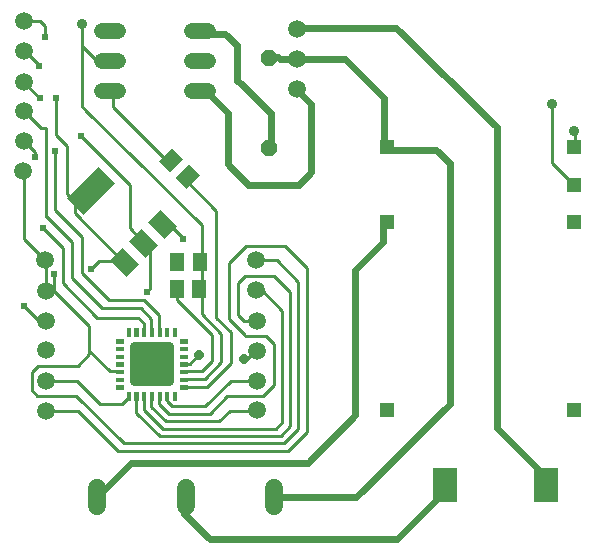
<source format=gtl>
G75*
G70*
%OFA0B0*%
%FSLAX24Y24*%
%IPPOS*%
%LPD*%
%AMOC8*
5,1,8,0,0,1.08239X$1,22.5*
%
%ADD10C,0.0028*%
%ADD11C,0.0291*%
%ADD12R,0.0590X0.0790*%
%ADD13R,0.1500X0.0790*%
%ADD14R,0.0512X0.0591*%
%ADD15C,0.0520*%
%ADD16R,0.0512X0.0630*%
%ADD17OC8,0.0560*%
%ADD18C,0.0594*%
%ADD19R,0.0787X0.1181*%
%ADD20C,0.0100*%
%ADD21C,0.0591*%
%ADD22C,0.0240*%
%ADD23OC8,0.0317*%
%ADD24R,0.0472X0.0472*%
%ADD25C,0.0356*%
%ADD26C,0.0240*%
D10*
X004379Y006484D02*
X004489Y006484D01*
X004379Y006484D02*
X004379Y006732D01*
X004489Y006732D01*
X004489Y006484D01*
X004489Y006511D02*
X004379Y006511D01*
X004379Y006538D02*
X004489Y006538D01*
X004489Y006565D02*
X004379Y006565D01*
X004379Y006592D02*
X004489Y006592D01*
X004489Y006619D02*
X004379Y006619D01*
X004379Y006646D02*
X004489Y006646D01*
X004489Y006673D02*
X004379Y006673D01*
X004379Y006700D02*
X004489Y006700D01*
X004489Y006727D02*
X004379Y006727D01*
X004263Y006848D02*
X004015Y006848D01*
X004015Y006958D01*
X004263Y006958D01*
X004263Y006848D01*
X004263Y006875D02*
X004015Y006875D01*
X004015Y006902D02*
X004263Y006902D01*
X004263Y006929D02*
X004015Y006929D01*
X004015Y006956D02*
X004263Y006956D01*
X004263Y007104D02*
X004015Y007104D01*
X004015Y007214D01*
X004263Y007214D01*
X004263Y007104D01*
X004263Y007131D02*
X004015Y007131D01*
X004015Y007158D02*
X004263Y007158D01*
X004263Y007185D02*
X004015Y007185D01*
X004015Y007212D02*
X004263Y007212D01*
X004263Y007360D02*
X004015Y007360D01*
X004015Y007470D01*
X004263Y007470D01*
X004263Y007360D01*
X004263Y007387D02*
X004015Y007387D01*
X004015Y007414D02*
X004263Y007414D01*
X004263Y007441D02*
X004015Y007441D01*
X004015Y007468D02*
X004263Y007468D01*
X004263Y007616D02*
X004015Y007616D01*
X004015Y007726D01*
X004263Y007726D01*
X004263Y007616D01*
X004263Y007643D02*
X004015Y007643D01*
X004015Y007670D02*
X004263Y007670D01*
X004263Y007697D02*
X004015Y007697D01*
X004015Y007724D02*
X004263Y007724D01*
X004263Y007872D02*
X004015Y007872D01*
X004015Y007982D01*
X004263Y007982D01*
X004263Y007872D01*
X004263Y007899D02*
X004015Y007899D01*
X004015Y007926D02*
X004263Y007926D01*
X004263Y007953D02*
X004015Y007953D01*
X004015Y007980D02*
X004263Y007980D01*
X004263Y008128D02*
X004015Y008128D01*
X004015Y008238D01*
X004263Y008238D01*
X004263Y008128D01*
X004263Y008155D02*
X004015Y008155D01*
X004015Y008182D02*
X004263Y008182D01*
X004263Y008209D02*
X004015Y008209D01*
X004015Y008236D02*
X004263Y008236D01*
X004263Y008384D02*
X004015Y008384D01*
X004015Y008494D01*
X004263Y008494D01*
X004263Y008384D01*
X004263Y008411D02*
X004015Y008411D01*
X004015Y008438D02*
X004263Y008438D01*
X004263Y008465D02*
X004015Y008465D01*
X004015Y008492D02*
X004263Y008492D01*
X004379Y008610D02*
X004489Y008610D01*
X004379Y008610D02*
X004379Y008858D01*
X004489Y008858D01*
X004489Y008610D01*
X004489Y008637D02*
X004379Y008637D01*
X004379Y008664D02*
X004489Y008664D01*
X004489Y008691D02*
X004379Y008691D01*
X004379Y008718D02*
X004489Y008718D01*
X004489Y008745D02*
X004379Y008745D01*
X004379Y008772D02*
X004489Y008772D01*
X004489Y008799D02*
X004379Y008799D01*
X004379Y008826D02*
X004489Y008826D01*
X004489Y008853D02*
X004379Y008853D01*
X004635Y008610D02*
X004745Y008610D01*
X004635Y008610D02*
X004635Y008858D01*
X004745Y008858D01*
X004745Y008610D01*
X004745Y008637D02*
X004635Y008637D01*
X004635Y008664D02*
X004745Y008664D01*
X004745Y008691D02*
X004635Y008691D01*
X004635Y008718D02*
X004745Y008718D01*
X004745Y008745D02*
X004635Y008745D01*
X004635Y008772D02*
X004745Y008772D01*
X004745Y008799D02*
X004635Y008799D01*
X004635Y008826D02*
X004745Y008826D01*
X004745Y008853D02*
X004635Y008853D01*
X004891Y008610D02*
X005001Y008610D01*
X004891Y008610D02*
X004891Y008858D01*
X005001Y008858D01*
X005001Y008610D01*
X005001Y008637D02*
X004891Y008637D01*
X004891Y008664D02*
X005001Y008664D01*
X005001Y008691D02*
X004891Y008691D01*
X004891Y008718D02*
X005001Y008718D01*
X005001Y008745D02*
X004891Y008745D01*
X004891Y008772D02*
X005001Y008772D01*
X005001Y008799D02*
X004891Y008799D01*
X004891Y008826D02*
X005001Y008826D01*
X005001Y008853D02*
X004891Y008853D01*
X005147Y008610D02*
X005257Y008610D01*
X005147Y008610D02*
X005147Y008858D01*
X005257Y008858D01*
X005257Y008610D01*
X005257Y008637D02*
X005147Y008637D01*
X005147Y008664D02*
X005257Y008664D01*
X005257Y008691D02*
X005147Y008691D01*
X005147Y008718D02*
X005257Y008718D01*
X005257Y008745D02*
X005147Y008745D01*
X005147Y008772D02*
X005257Y008772D01*
X005257Y008799D02*
X005147Y008799D01*
X005147Y008826D02*
X005257Y008826D01*
X005257Y008853D02*
X005147Y008853D01*
X005403Y008610D02*
X005513Y008610D01*
X005403Y008610D02*
X005403Y008858D01*
X005513Y008858D01*
X005513Y008610D01*
X005513Y008637D02*
X005403Y008637D01*
X005403Y008664D02*
X005513Y008664D01*
X005513Y008691D02*
X005403Y008691D01*
X005403Y008718D02*
X005513Y008718D01*
X005513Y008745D02*
X005403Y008745D01*
X005403Y008772D02*
X005513Y008772D01*
X005513Y008799D02*
X005403Y008799D01*
X005403Y008826D02*
X005513Y008826D01*
X005513Y008853D02*
X005403Y008853D01*
X005658Y008610D02*
X005768Y008610D01*
X005658Y008610D02*
X005658Y008858D01*
X005768Y008858D01*
X005768Y008610D01*
X005768Y008637D02*
X005658Y008637D01*
X005658Y008664D02*
X005768Y008664D01*
X005768Y008691D02*
X005658Y008691D01*
X005658Y008718D02*
X005768Y008718D01*
X005768Y008745D02*
X005658Y008745D01*
X005658Y008772D02*
X005768Y008772D01*
X005768Y008799D02*
X005658Y008799D01*
X005658Y008826D02*
X005768Y008826D01*
X005768Y008853D02*
X005658Y008853D01*
X005914Y008610D02*
X006024Y008610D01*
X005914Y008610D02*
X005914Y008858D01*
X006024Y008858D01*
X006024Y008610D01*
X006024Y008637D02*
X005914Y008637D01*
X005914Y008664D02*
X006024Y008664D01*
X006024Y008691D02*
X005914Y008691D01*
X005914Y008718D02*
X006024Y008718D01*
X006024Y008745D02*
X005914Y008745D01*
X005914Y008772D02*
X006024Y008772D01*
X006024Y008799D02*
X005914Y008799D01*
X005914Y008826D02*
X006024Y008826D01*
X006024Y008853D02*
X005914Y008853D01*
X006141Y008384D02*
X006389Y008384D01*
X006141Y008384D02*
X006141Y008494D01*
X006389Y008494D01*
X006389Y008384D01*
X006389Y008411D02*
X006141Y008411D01*
X006141Y008438D02*
X006389Y008438D01*
X006389Y008465D02*
X006141Y008465D01*
X006141Y008492D02*
X006389Y008492D01*
X006389Y008128D02*
X006141Y008128D01*
X006141Y008238D01*
X006389Y008238D01*
X006389Y008128D01*
X006389Y008155D02*
X006141Y008155D01*
X006141Y008182D02*
X006389Y008182D01*
X006389Y008209D02*
X006141Y008209D01*
X006141Y008236D02*
X006389Y008236D01*
X006389Y007872D02*
X006141Y007872D01*
X006141Y007982D01*
X006389Y007982D01*
X006389Y007872D01*
X006389Y007899D02*
X006141Y007899D01*
X006141Y007926D02*
X006389Y007926D01*
X006389Y007953D02*
X006141Y007953D01*
X006141Y007980D02*
X006389Y007980D01*
X006389Y007616D02*
X006141Y007616D01*
X006141Y007726D01*
X006389Y007726D01*
X006389Y007616D01*
X006389Y007643D02*
X006141Y007643D01*
X006141Y007670D02*
X006389Y007670D01*
X006389Y007697D02*
X006141Y007697D01*
X006141Y007724D02*
X006389Y007724D01*
X006389Y007360D02*
X006141Y007360D01*
X006141Y007470D01*
X006389Y007470D01*
X006389Y007360D01*
X006389Y007387D02*
X006141Y007387D01*
X006141Y007414D02*
X006389Y007414D01*
X006389Y007441D02*
X006141Y007441D01*
X006141Y007468D02*
X006389Y007468D01*
X006389Y007104D02*
X006141Y007104D01*
X006141Y007214D01*
X006389Y007214D01*
X006389Y007104D01*
X006389Y007131D02*
X006141Y007131D01*
X006141Y007158D02*
X006389Y007158D01*
X006389Y007185D02*
X006141Y007185D01*
X006141Y007212D02*
X006389Y007212D01*
X006389Y006848D02*
X006141Y006848D01*
X006141Y006958D01*
X006389Y006958D01*
X006389Y006848D01*
X006389Y006875D02*
X006141Y006875D01*
X006141Y006902D02*
X006389Y006902D01*
X006389Y006929D02*
X006141Y006929D01*
X006141Y006956D02*
X006389Y006956D01*
X006024Y006484D02*
X005914Y006484D01*
X005914Y006732D01*
X006024Y006732D01*
X006024Y006484D01*
X006024Y006511D02*
X005914Y006511D01*
X005914Y006538D02*
X006024Y006538D01*
X006024Y006565D02*
X005914Y006565D01*
X005914Y006592D02*
X006024Y006592D01*
X006024Y006619D02*
X005914Y006619D01*
X005914Y006646D02*
X006024Y006646D01*
X006024Y006673D02*
X005914Y006673D01*
X005914Y006700D02*
X006024Y006700D01*
X006024Y006727D02*
X005914Y006727D01*
X005768Y006484D02*
X005658Y006484D01*
X005658Y006732D01*
X005768Y006732D01*
X005768Y006484D01*
X005768Y006511D02*
X005658Y006511D01*
X005658Y006538D02*
X005768Y006538D01*
X005768Y006565D02*
X005658Y006565D01*
X005658Y006592D02*
X005768Y006592D01*
X005768Y006619D02*
X005658Y006619D01*
X005658Y006646D02*
X005768Y006646D01*
X005768Y006673D02*
X005658Y006673D01*
X005658Y006700D02*
X005768Y006700D01*
X005768Y006727D02*
X005658Y006727D01*
X005513Y006484D02*
X005403Y006484D01*
X005403Y006732D01*
X005513Y006732D01*
X005513Y006484D01*
X005513Y006511D02*
X005403Y006511D01*
X005403Y006538D02*
X005513Y006538D01*
X005513Y006565D02*
X005403Y006565D01*
X005403Y006592D02*
X005513Y006592D01*
X005513Y006619D02*
X005403Y006619D01*
X005403Y006646D02*
X005513Y006646D01*
X005513Y006673D02*
X005403Y006673D01*
X005403Y006700D02*
X005513Y006700D01*
X005513Y006727D02*
X005403Y006727D01*
X005257Y006484D02*
X005147Y006484D01*
X005147Y006732D01*
X005257Y006732D01*
X005257Y006484D01*
X005257Y006511D02*
X005147Y006511D01*
X005147Y006538D02*
X005257Y006538D01*
X005257Y006565D02*
X005147Y006565D01*
X005147Y006592D02*
X005257Y006592D01*
X005257Y006619D02*
X005147Y006619D01*
X005147Y006646D02*
X005257Y006646D01*
X005257Y006673D02*
X005147Y006673D01*
X005147Y006700D02*
X005257Y006700D01*
X005257Y006727D02*
X005147Y006727D01*
X005001Y006484D02*
X004891Y006484D01*
X004891Y006732D01*
X005001Y006732D01*
X005001Y006484D01*
X005001Y006511D02*
X004891Y006511D01*
X004891Y006538D02*
X005001Y006538D01*
X005001Y006565D02*
X004891Y006565D01*
X004891Y006592D02*
X005001Y006592D01*
X005001Y006619D02*
X004891Y006619D01*
X004891Y006646D02*
X005001Y006646D01*
X005001Y006673D02*
X004891Y006673D01*
X004891Y006700D02*
X005001Y006700D01*
X005001Y006727D02*
X004891Y006727D01*
X004745Y006484D02*
X004635Y006484D01*
X004635Y006732D01*
X004745Y006732D01*
X004745Y006484D01*
X004745Y006511D02*
X004635Y006511D01*
X004635Y006538D02*
X004745Y006538D01*
X004745Y006565D02*
X004635Y006565D01*
X004635Y006592D02*
X004745Y006592D01*
X004745Y006619D02*
X004635Y006619D01*
X004635Y006646D02*
X004745Y006646D01*
X004745Y006673D02*
X004635Y006673D01*
X004635Y006700D02*
X004745Y006700D01*
X004745Y006727D02*
X004635Y006727D01*
D11*
X004619Y007088D02*
X005785Y007088D01*
X004619Y007088D02*
X004619Y008254D01*
X005785Y008254D01*
X005785Y007088D01*
X005785Y007378D02*
X004619Y007378D01*
X004619Y007668D02*
X005785Y007668D01*
X005785Y007958D02*
X004619Y007958D01*
X004619Y008248D02*
X005785Y008248D01*
D12*
G36*
X004792Y010986D02*
X004375Y010569D01*
X003818Y011126D01*
X004235Y011543D01*
X004792Y010986D01*
G37*
G36*
X005429Y011622D02*
X005012Y011205D01*
X004455Y011762D01*
X004872Y012179D01*
X005429Y011622D01*
G37*
G36*
X006065Y012259D02*
X005648Y011842D01*
X005091Y012399D01*
X005508Y012816D01*
X006065Y012259D01*
G37*
D13*
G36*
X003990Y013690D02*
X002930Y012630D01*
X002372Y013188D01*
X003432Y014248D01*
X003990Y013690D01*
G37*
D14*
X006066Y011066D03*
X006814Y011066D03*
X006794Y010180D03*
X006046Y010180D03*
D15*
X006558Y016759D02*
X007078Y016759D01*
X007078Y017759D02*
X006558Y017759D01*
X006558Y018759D02*
X007078Y018759D01*
X004078Y018759D02*
X003558Y018759D01*
X003558Y017759D02*
X004078Y017759D01*
X004078Y016759D02*
X003558Y016759D01*
D16*
G36*
X005890Y014878D02*
X006252Y014516D01*
X005808Y014072D01*
X005446Y014434D01*
X005890Y014878D01*
G37*
G36*
X006447Y014321D02*
X006809Y013959D01*
X006365Y013515D01*
X006003Y013877D01*
X006447Y014321D01*
G37*
D17*
X009123Y014883D03*
X009123Y017883D03*
D18*
X003390Y003537D02*
X003390Y002943D01*
X006343Y002943D02*
X006343Y003537D01*
X009296Y003537D02*
X009296Y002943D01*
D19*
X014996Y003630D03*
X018343Y003630D03*
D20*
X010377Y005406D02*
X010377Y010869D01*
X009668Y011597D01*
X008369Y011597D01*
X007798Y011026D01*
X007798Y009156D01*
X008330Y008625D01*
X008330Y008615D02*
X009025Y008615D01*
X009030Y008610D01*
X009019Y008615D02*
X009284Y008349D01*
X009284Y006961D01*
X008920Y006597D01*
X007729Y006597D01*
X007139Y006007D01*
X005780Y006007D01*
X005458Y006330D01*
X005458Y006608D01*
X005713Y006608D02*
X005713Y006428D01*
X005889Y006253D01*
X007001Y006253D01*
X007847Y007099D01*
X008274Y007099D01*
X008742Y007095D01*
X008400Y007830D02*
X008700Y008130D01*
X008400Y007830D02*
X008250Y007830D01*
X007857Y007700D02*
X007857Y008723D01*
X007365Y009215D01*
X007365Y012778D01*
X006282Y013861D01*
X005692Y014452D02*
X003920Y016223D01*
X003920Y016912D01*
X003920Y017700D02*
X004019Y017798D01*
X003822Y017700D02*
X003448Y017700D01*
X002877Y018271D01*
X002880Y018300D01*
X002880Y018990D01*
X002877Y018271D02*
X002877Y016263D01*
X003034Y016105D01*
X004629Y014530D01*
X006873Y012286D01*
X006873Y011204D01*
X006853Y011086D02*
X006893Y011046D01*
X006893Y009944D01*
X006873Y010023D02*
X006873Y009334D01*
X007523Y008684D01*
X007523Y007719D01*
X006971Y007168D01*
X006302Y007168D01*
X006322Y006893D02*
X007050Y006893D01*
X007857Y007700D01*
X007208Y007759D02*
X007208Y008625D01*
X006046Y009786D01*
X006046Y010042D01*
X006046Y010141D02*
X006026Y010160D01*
X005458Y009292D02*
X004944Y009806D01*
X003802Y009806D01*
X002897Y010711D01*
X002897Y011893D01*
X002109Y012680D01*
X002109Y012681D01*
X001980Y012810D01*
X001980Y014760D01*
X002370Y014940D02*
X002370Y013350D01*
X002640Y013080D01*
X002640Y012690D01*
X004260Y011070D01*
X004200Y011100D02*
X003450Y011100D01*
X003180Y010830D01*
X002562Y010534D02*
X002562Y011735D01*
X001735Y012562D01*
X001680Y012562D01*
X001680Y015540D01*
X001530Y015540D01*
X000990Y016080D01*
X001470Y016530D02*
X000960Y017040D01*
X000960Y017070D01*
X001440Y017610D02*
X001440Y017640D01*
X000990Y018090D01*
X001650Y018570D02*
X001650Y018930D01*
X001470Y019110D01*
X000960Y019110D01*
X000961Y019065D02*
X001040Y019006D01*
X001500Y016560D02*
X001470Y016530D01*
X002010Y016530D02*
X002010Y015300D01*
X002370Y014940D01*
X002850Y015270D02*
X004471Y013649D01*
X004471Y012188D01*
X004475Y012185D01*
X005160Y011490D01*
X005160Y010200D01*
X005010Y010050D01*
X005100Y010080D01*
X005040Y010080D01*
X004845Y009530D02*
X003546Y009530D01*
X002562Y010534D01*
X002247Y010357D02*
X002247Y011519D01*
X001578Y012188D01*
X001578Y012192D01*
X000960Y011820D02*
X000960Y014040D01*
X000930Y014070D01*
X001320Y014580D02*
X001320Y014730D01*
X000960Y015090D01*
X000960Y011820D02*
X001675Y011105D01*
X001676Y011105D01*
X001617Y011007D01*
X001676Y011086D02*
X001676Y010115D01*
X001676Y010101D01*
X001950Y010140D01*
X001950Y010680D01*
X002247Y010357D02*
X003389Y009215D01*
X004767Y009215D01*
X004946Y009036D01*
X004946Y008734D01*
X005202Y008734D02*
X005202Y009174D01*
X004845Y009530D01*
X005458Y009292D02*
X005458Y008734D01*
X006265Y007671D02*
X006470Y007671D01*
X006696Y007897D01*
X006873Y007424D02*
X006302Y007424D01*
X006873Y007424D02*
X007208Y007759D01*
X005967Y006637D02*
X005967Y006558D01*
X005202Y006608D02*
X005200Y006606D01*
X005200Y006233D01*
X005672Y005761D01*
X007454Y005761D01*
X007808Y006115D01*
X008703Y006115D01*
X009343Y005515D02*
X009560Y005731D01*
X009560Y009435D01*
X008874Y010121D01*
X008681Y010121D01*
X008670Y010110D01*
X008310Y010613D02*
X009274Y010613D01*
X009836Y010052D01*
X009836Y005603D01*
X009521Y005269D01*
X005475Y005269D01*
X004690Y006044D01*
X004690Y006608D01*
X004946Y006608D02*
X004946Y006143D01*
X005574Y005515D01*
X009343Y005515D01*
X009609Y005023D02*
X010101Y005515D01*
X010101Y010397D01*
X009373Y011125D01*
X008516Y011125D01*
X008506Y011115D01*
X008310Y010613D02*
X008074Y010377D01*
X008074Y009314D01*
X008273Y009115D01*
X008506Y009115D01*
X008460Y009120D02*
X008700Y009120D01*
X006240Y011880D02*
X005820Y012300D01*
X005580Y012300D01*
X004865Y011794D02*
X004475Y012185D01*
X004865Y011794D02*
X004865Y011755D01*
X004294Y011322D02*
X004432Y011164D01*
X003133Y008940D02*
X003133Y008113D01*
X003133Y007995D01*
X002739Y007601D01*
X001420Y007601D01*
X001204Y007385D01*
X001204Y006794D01*
X001381Y006617D01*
X002700Y006617D01*
X004294Y005023D01*
X009609Y005023D01*
X009747Y004776D02*
X010377Y005406D01*
X009747Y004776D02*
X004078Y004776D01*
X002749Y006105D01*
X001676Y006105D01*
X001765Y006105D01*
X001682Y007109D02*
X002089Y007115D01*
X001682Y007109D02*
X002710Y007109D01*
X003477Y006341D01*
X004235Y006341D01*
X004434Y006540D01*
X004434Y006608D01*
X004139Y007415D02*
X004130Y007424D01*
X003822Y007424D01*
X003133Y008113D01*
X003133Y008940D02*
X001958Y010115D01*
X001676Y010115D01*
X001682Y010101D01*
X001676Y010101D01*
X000960Y009600D02*
X001470Y009067D01*
X001656Y009097D01*
X001676Y009117D01*
X001674Y009097D02*
X001470Y009067D01*
X018540Y014370D02*
X019290Y013620D01*
X019290Y013637D02*
X019221Y013706D01*
X018540Y014370D02*
X018540Y016320D01*
X019290Y015510D02*
X019290Y015450D01*
X019314Y015463D01*
X019314Y014944D01*
D21*
X010062Y016834D03*
X010062Y017834D03*
X010062Y018834D03*
X008684Y011145D03*
X008684Y010121D03*
X008704Y009117D03*
X008704Y008113D03*
X008704Y007109D03*
X008704Y006125D03*
X001676Y006105D03*
X001696Y007109D03*
X001696Y008133D03*
X001676Y009117D03*
X001676Y010101D03*
X001656Y011125D03*
X000921Y014085D03*
X000941Y015089D03*
X000961Y016092D03*
X000961Y017077D03*
X000941Y018100D03*
X000961Y019085D03*
D22*
X001650Y018570D03*
X001440Y017610D03*
X001470Y016530D03*
X001470Y016530D03*
X002010Y016530D03*
X002010Y016530D03*
X002850Y015270D03*
X001980Y014760D03*
X001320Y014580D03*
X001578Y012192D03*
X001950Y010680D03*
X003180Y010830D03*
X005040Y010080D03*
X006240Y011850D03*
X000960Y009600D03*
D23*
X006774Y007956D03*
X008270Y007836D03*
D24*
X013040Y006147D03*
X013040Y012397D03*
X013040Y014897D03*
X019290Y014897D03*
X019290Y013647D03*
X019290Y012397D03*
X019290Y006147D03*
D25*
X019290Y015450D03*
X018540Y016320D03*
X002880Y018990D03*
D26*
X006873Y018684D02*
X007660Y018684D01*
X008054Y018290D01*
X008054Y017109D01*
X008091Y017109D01*
X009180Y016020D01*
X009180Y014910D01*
X009120Y014850D01*
X009168Y014887D02*
X009091Y014963D01*
X008430Y013650D02*
X010110Y013650D01*
X010530Y014070D01*
X010530Y016320D01*
X010020Y016830D01*
X009471Y017834D02*
X011652Y017834D01*
X012948Y016538D01*
X012948Y014803D01*
X013022Y014807D02*
X014687Y014807D01*
X015141Y014353D01*
X015141Y006351D01*
X012030Y003240D01*
X009330Y003240D01*
X009300Y003270D01*
X010410Y004380D02*
X004530Y004380D01*
X003390Y003240D01*
X006300Y003180D02*
X006300Y002670D01*
X007140Y001830D01*
X013380Y001830D01*
X014880Y003330D01*
X014880Y003600D01*
X016715Y005545D02*
X018420Y003840D01*
X016715Y005545D02*
X016715Y015574D01*
X013369Y018881D01*
X010023Y018881D01*
X009408Y017897D02*
X009471Y017834D01*
X009408Y017897D02*
X009235Y017897D01*
X007740Y016050D02*
X007740Y014340D01*
X008430Y013650D01*
X007740Y016050D02*
X007075Y016715D01*
X006873Y016715D01*
X012922Y012385D02*
X012922Y011741D01*
X011991Y010810D01*
X011991Y005961D01*
X010410Y004380D01*
X006330Y003210D02*
X006300Y003180D01*
M02*

</source>
